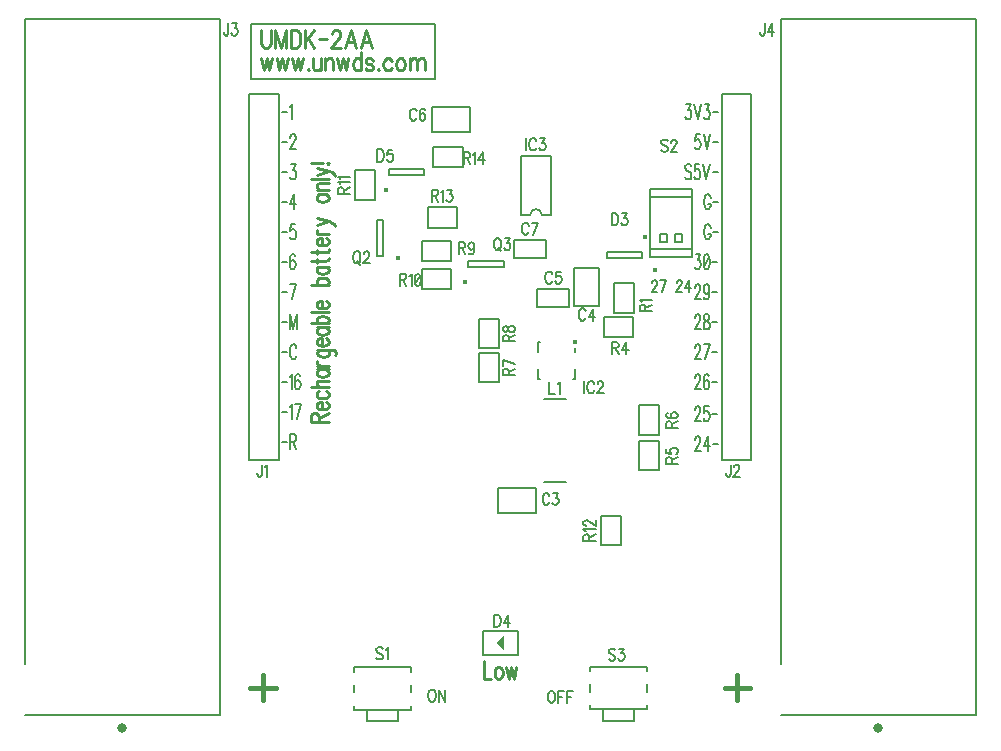
<source format=gbr>
G04 DipTrace 2.4.0.2*
%INTopSilk.gbr*%
%MOIN*%
%ADD10C,0.0079*%
%ADD20C,0.0315*%
%ADD23C,0.0059*%
%ADD30C,0.0154*%
%ADD33C,0.0157*%
%ADD83C,0.0062*%
%ADD84C,0.0093*%
%ADD85C,0.0077*%
%FSLAX44Y44*%
G04*
G70*
G90*
G75*
G01*
%LNTopSilk*%
%LPD*%
D20*
X10858Y16004D3*
X7610Y18150D2*
D10*
Y39665D1*
X14106D1*
Y16437D1*
X7610D1*
X27916Y30838D2*
D23*
X27247D1*
Y29853D1*
X27916D1*
Y30838D1*
X24638Y23187D2*
X23378D1*
Y24014D1*
X24638D1*
Y23187D1*
X15091Y24953D2*
D10*
X16075D1*
Y37150D1*
X15091D1*
Y24953D1*
X30839D2*
X31823D1*
Y37150D1*
X30839D1*
Y24953D1*
X25907Y30096D2*
D23*
X26734D1*
Y31356D1*
X25907D1*
Y30096D1*
X21191Y36703D2*
X22451D1*
Y35876D1*
X21191D1*
Y36703D1*
X25755Y30056D2*
X24692D1*
Y30647D1*
X25755D1*
Y30056D1*
X23908Y32272D2*
X24971D1*
Y31681D1*
X23908D1*
Y32272D1*
D30*
X19648Y33955D3*
X19740Y34456D2*
D10*
X20921D1*
Y34653D1*
X19740D1*
Y34456D1*
X24047Y18437D2*
D23*
X22866D1*
Y19264D1*
X24047D1*
Y18437D1*
G36*
X23582Y19100D2*
Y18600D1*
X23332Y18850D1*
D1*
X23582Y19100D1*
G37*
D30*
X28280Y32390D3*
X28188Y31888D2*
D10*
X27007D1*
Y31692D1*
X28188D1*
Y31888D1*
X25933Y27660D2*
Y27995D1*
D33*
Y28881D3*
X24712Y27660D2*
D10*
Y27995D1*
Y28546D2*
Y28881D1*
X25933Y27660D2*
X25874D1*
X24732Y27658D2*
X24771Y27660D1*
X24712Y28881D2*
X24771D1*
X25933Y28546D2*
Y28682D1*
X25156Y33117D2*
Y35086D1*
X24132Y33117D2*
Y35086D1*
X25156D2*
X24132D1*
X24841Y33117D2*
X25156D1*
X24447D2*
X24132D1*
X24841D2*
G03X24447Y33117I-197J0D01*
G01*
X24894Y26976D2*
X25644D1*
X24894Y24226D2*
X25644D1*
D30*
X22289Y30878D3*
X22381Y31379D2*
D10*
X23562D1*
Y31576D1*
X22381D1*
Y31379D1*
X28729Y25587D2*
D23*
X28060D1*
Y24603D1*
X28729D1*
Y25587D1*
Y26775D2*
X28060D1*
Y25790D1*
X28729D1*
Y26775D1*
X21027Y33368D2*
X22011D1*
Y32699D1*
X21027D1*
Y33368D1*
X21220Y35374D2*
X22205D1*
Y34705D1*
X21220D1*
Y35374D1*
X21824Y30648D2*
X20839D1*
Y31317D1*
X21824D1*
Y30648D1*
X27479Y23099D2*
X26810D1*
Y22114D1*
X27479D1*
Y23099D1*
X27886Y29057D2*
X26902D1*
Y29726D1*
X27886D1*
Y29057D1*
X26449Y16638D2*
D10*
X28339D1*
X26449Y18056D2*
X28339D1*
X26449D2*
Y17910D1*
Y17472D2*
Y17222D1*
Y16638D2*
Y16784D1*
X28339Y18056D2*
Y17910D1*
Y17472D2*
Y17222D1*
Y16638D2*
Y16784D1*
X26882Y16264D2*
X27905D1*
X26882D2*
Y16638D1*
X27905Y16264D2*
Y16638D1*
X18575Y16619D2*
X20465D1*
X18575Y18037D2*
X20465D1*
X18575D2*
Y17891D1*
Y17453D2*
Y17203D1*
Y16619D2*
Y16765D1*
X20465Y18037D2*
Y17891D1*
Y17453D2*
Y17203D1*
Y16619D2*
Y16765D1*
X19008Y16245D2*
X20031D1*
X19008D2*
Y16619D1*
X20031Y16245D2*
Y16619D1*
D30*
X20041Y31668D3*
X19539Y31760D2*
D10*
Y32941D1*
X19343D1*
Y31760D1*
X19539D1*
X18622Y33615D2*
D23*
X19291D1*
Y34600D1*
X18622D1*
Y33615D1*
X21818Y31579D2*
X20833D1*
Y32249D1*
X21818D1*
Y31579D1*
X28436Y31727D2*
D10*
X29853D1*
Y33976D1*
X28436D1*
Y31727D1*
Y31976D2*
X29853D1*
Y33727D1*
X28436D1*
Y31976D1*
X28770Y32226D2*
X29020D1*
Y32477D1*
X28770D1*
Y32226D1*
X29270D2*
X29520D1*
Y32477D1*
X29270D1*
Y32226D1*
D33*
X28594Y31277D3*
X23416Y28525D2*
D23*
X22747D1*
Y27541D1*
X23416D1*
Y28525D1*
X22753Y28672D2*
X23422D1*
Y29656D1*
X22753D1*
Y28672D1*
D20*
X36055Y16004D3*
X32807Y18150D2*
D10*
Y39665D1*
X39303D1*
Y16437D1*
X32807D1*
X15143Y39477D2*
X21269D1*
Y37665D1*
X15143D1*
Y39477D1*
X14387Y39501D2*
D83*
Y39195D1*
X14372Y39138D1*
X14356Y39119D1*
X14326Y39099D1*
X14295D1*
X14265Y39119D1*
X14249Y39138D1*
X14234Y39195D1*
Y39233D1*
X14517Y39501D2*
X14685D1*
X14593Y39348D1*
X14639D1*
X14669Y39329D1*
X14685Y39310D1*
X14700Y39252D1*
Y39214D1*
X14685Y39157D1*
X14654Y39118D1*
X14608Y39099D1*
X14562D1*
X14517Y39118D1*
X14501Y39138D1*
X14486Y39176D1*
X28290Y29901D2*
Y30038D1*
X28271Y30084D1*
X28252Y30100D1*
X28214Y30115D1*
X28175D1*
X28137Y30100D1*
X28118Y30084D1*
X28099Y30038D1*
Y29901D1*
X28501D1*
X28290Y30008D2*
X28501Y30115D1*
X28176Y30214D2*
X28156Y30244D1*
X28099Y30290D1*
X28501D1*
X25092Y23754D2*
X25076Y23792D1*
X25046Y23831D1*
X25015Y23850D1*
X24954D1*
X24923Y23831D1*
X24893Y23792D1*
X24877Y23754D1*
X24862Y23697D1*
Y23601D1*
X24877Y23544D1*
X24893Y23505D1*
X24923Y23467D1*
X24954Y23448D1*
X25015D1*
X25046Y23467D1*
X25076Y23505D1*
X25092Y23544D1*
X25221Y23849D2*
X25389D1*
X25298Y23696D1*
X25344D1*
X25374Y23677D1*
X25389Y23658D1*
X25405Y23601D1*
Y23563D1*
X25389Y23505D1*
X25359Y23467D1*
X25313Y23448D1*
X25267D1*
X25221Y23467D1*
X25206Y23486D1*
X25190Y23524D1*
X15509Y24798D2*
Y24492D1*
X15494Y24434D1*
X15478Y24415D1*
X15448Y24396D1*
X15417D1*
X15387Y24415D1*
X15371Y24434D1*
X15356Y24492D1*
Y24530D1*
X15608Y24721D2*
X15639Y24740D1*
X15685Y24797D1*
Y24396D1*
X31126Y24798D2*
Y24492D1*
X31110Y24434D1*
X31095Y24415D1*
X31064Y24396D1*
X31034D1*
X31003Y24415D1*
X30988Y24434D1*
X30973Y24492D1*
Y24530D1*
X31240Y24702D2*
Y24721D1*
X31255Y24759D1*
X31270Y24778D1*
X31301Y24797D1*
X31362D1*
X31393Y24778D1*
X31408Y24759D1*
X31424Y24721D1*
Y24683D1*
X31408Y24644D1*
X31378Y24587D1*
X31225Y24396D1*
X31439D1*
X26296Y29904D2*
X26280Y29942D1*
X26250Y29980D1*
X26219Y30000D1*
X26158D1*
X26127Y29980D1*
X26097Y29942D1*
X26081Y29904D1*
X26066Y29847D1*
Y29751D1*
X26081Y29694D1*
X26097Y29655D1*
X26127Y29617D1*
X26158Y29598D1*
X26219D1*
X26250Y29617D1*
X26280Y29655D1*
X26296Y29694D1*
X26547Y29598D2*
Y29999D1*
X26394Y29732D1*
X26624D1*
X20662Y36568D2*
X20646Y36606D1*
X20616Y36645D1*
X20585Y36664D1*
X20524D1*
X20493Y36645D1*
X20463Y36606D1*
X20447Y36568D1*
X20432Y36511D1*
Y36415D1*
X20447Y36358D1*
X20463Y36319D1*
X20493Y36281D1*
X20524Y36262D1*
X20585D1*
X20616Y36281D1*
X20646Y36319D1*
X20662Y36358D1*
X20944Y36606D2*
X20929Y36644D1*
X20883Y36663D1*
X20852D1*
X20806Y36644D1*
X20776Y36587D1*
X20760Y36491D1*
Y36396D1*
X20776Y36319D1*
X20806Y36281D1*
X20852Y36262D1*
X20868D1*
X20913Y36281D1*
X20944Y36319D1*
X20959Y36377D1*
Y36396D1*
X20944Y36453D1*
X20913Y36491D1*
X20868Y36510D1*
X20852D1*
X20806Y36491D1*
X20776Y36453D1*
X20760Y36396D1*
X25182Y31137D2*
X25167Y31175D1*
X25136Y31213D1*
X25106Y31232D1*
X25045D1*
X25014Y31213D1*
X24983Y31175D1*
X24968Y31137D1*
X24953Y31079D1*
Y30984D1*
X24968Y30926D1*
X24983Y30888D1*
X25014Y30850D1*
X25045Y30831D1*
X25106D1*
X25136Y30850D1*
X25167Y30888D1*
X25182Y30926D1*
X25465Y31232D2*
X25312D1*
X25296Y31060D1*
X25312Y31079D1*
X25358Y31098D1*
X25403D1*
X25449Y31079D1*
X25480Y31041D1*
X25495Y30984D1*
Y30945D1*
X25480Y30888D1*
X25449Y30850D1*
X25403Y30831D1*
X25358D1*
X25312Y30850D1*
X25296Y30869D1*
X25281Y30907D1*
X24398Y32762D2*
X24382Y32800D1*
X24352Y32838D1*
X24321Y32857D1*
X24260D1*
X24229Y32838D1*
X24199Y32800D1*
X24183Y32762D1*
X24168Y32704D1*
Y32609D1*
X24183Y32551D1*
X24199Y32513D1*
X24229Y32475D1*
X24260Y32456D1*
X24321D1*
X24352Y32475D1*
X24382Y32513D1*
X24398Y32551D1*
X24558Y32456D2*
X24711Y32857D1*
X24496D1*
X19357Y35300D2*
Y34898D1*
X19464D1*
X19510Y34917D1*
X19541Y34955D1*
X19556Y34994D1*
X19571Y35051D1*
Y35147D1*
X19556Y35204D1*
X19541Y35242D1*
X19510Y35281D1*
X19464Y35300D1*
X19357D1*
X19854Y35299D2*
X19701D1*
X19686Y35127D1*
X19701Y35146D1*
X19747Y35166D1*
X19793D1*
X19839Y35146D1*
X19869Y35108D1*
X19885Y35051D1*
Y35013D1*
X19869Y34955D1*
X19839Y34917D1*
X19793Y34898D1*
X19747D1*
X19701Y34917D1*
X19686Y34936D1*
X19670Y34974D1*
X23248Y19787D2*
Y19385D1*
X23355D1*
X23401Y19405D1*
X23432Y19443D1*
X23447Y19481D1*
X23462Y19538D1*
Y19634D1*
X23447Y19692D1*
X23432Y19730D1*
X23401Y19768D1*
X23355Y19787D1*
X23248D1*
X23714Y19385D2*
Y19787D1*
X23561Y19519D1*
X23791D1*
X27168Y33178D2*
Y32776D1*
X27275D1*
X27321Y32795D1*
X27352Y32833D1*
X27367Y32872D1*
X27382Y32929D1*
Y33025D1*
X27367Y33082D1*
X27352Y33120D1*
X27321Y33159D1*
X27275Y33178D1*
X27168D1*
X27512Y33177D2*
X27680D1*
X27588Y33024D1*
X27634D1*
X27665Y33005D1*
X27680Y32986D1*
X27696Y32929D1*
Y32891D1*
X27680Y32833D1*
X27650Y32795D1*
X27604Y32776D1*
X27558D1*
X27512Y32795D1*
X27497Y32814D1*
X27481Y32852D1*
X26252Y27580D2*
Y27178D1*
X26580Y27484D2*
X26565Y27522D1*
X26534Y27561D1*
X26504Y27580D1*
X26443D1*
X26412Y27561D1*
X26381Y27522D1*
X26366Y27484D1*
X26351Y27427D1*
Y27331D1*
X26366Y27274D1*
X26381Y27235D1*
X26412Y27197D1*
X26443Y27178D1*
X26504D1*
X26534Y27197D1*
X26565Y27235D1*
X26580Y27274D1*
X26695Y27484D2*
Y27503D1*
X26710Y27541D1*
X26725Y27560D1*
X26756Y27579D1*
X26817D1*
X26847Y27560D1*
X26863Y27541D1*
X26878Y27503D1*
Y27465D1*
X26863Y27426D1*
X26832Y27369D1*
X26679Y27178D1*
X26893D1*
X24323Y35672D2*
Y35270D1*
X24652Y35576D2*
X24636Y35614D1*
X24606Y35653D1*
X24575Y35672D1*
X24514D1*
X24483Y35653D1*
X24453Y35614D1*
X24437Y35576D1*
X24422Y35519D1*
Y35423D1*
X24437Y35366D1*
X24453Y35327D1*
X24483Y35289D1*
X24514Y35270D1*
X24575D1*
X24606Y35289D1*
X24636Y35327D1*
X24652Y35366D1*
X24781Y35671D2*
X24949D1*
X24858Y35518D1*
X24904D1*
X24934Y35499D1*
X24949Y35480D1*
X24965Y35423D1*
Y35385D1*
X24949Y35327D1*
X24919Y35289D1*
X24873Y35270D1*
X24827D1*
X24781Y35289D1*
X24766Y35308D1*
X24750Y35346D1*
X25090Y27562D2*
Y27160D1*
X25273D1*
X25372Y27485D2*
X25403Y27504D1*
X25449Y27561D1*
Y27160D1*
X23325Y32348D2*
X23295Y32329D1*
X23264Y32291D1*
X23249Y32252D1*
X23233Y32195D1*
Y32099D1*
X23249Y32042D1*
X23264Y32004D1*
X23295Y31965D1*
X23325Y31946D1*
X23386D1*
X23417Y31965D1*
X23448Y32004D1*
X23463Y32042D1*
X23478Y32099D1*
Y32195D1*
X23463Y32252D1*
X23448Y32291D1*
X23417Y32329D1*
X23386Y32348D1*
X23325D1*
X23371Y32023D2*
X23463Y31908D1*
X23608Y32347D2*
X23776D1*
X23684Y32194D1*
X23730D1*
X23761Y32175D1*
X23776Y32156D1*
X23792Y32099D1*
Y32061D1*
X23776Y32003D1*
X23746Y31965D1*
X23700Y31946D1*
X23654D1*
X23608Y31965D1*
X23593Y31984D1*
X23577Y32022D1*
X29166Y24831D2*
Y24969D1*
X29146Y25015D1*
X29127Y25030D1*
X29089Y25046D1*
X29051D1*
X29013Y25030D1*
X28993Y25015D1*
X28974Y24969D1*
Y24831D1*
X29376D1*
X29166Y24938D2*
X29376Y25046D1*
X28975Y25328D2*
Y25175D1*
X29147Y25160D1*
X29128Y25175D1*
X29108Y25221D1*
Y25267D1*
X29128Y25313D1*
X29166Y25344D1*
X29223Y25359D1*
X29261D1*
X29319Y25344D1*
X29357Y25313D1*
X29376Y25267D1*
Y25221D1*
X29357Y25175D1*
X29338Y25160D1*
X29300Y25144D1*
X29166Y26027D2*
Y26164D1*
X29146Y26210D1*
X29127Y26226D1*
X29089Y26241D1*
X29051D1*
X29013Y26226D1*
X28993Y26210D1*
X28974Y26164D1*
Y26027D1*
X29376D1*
X29166Y26134D2*
X29376Y26241D1*
X29032Y26523D2*
X28994Y26508D1*
X28975Y26462D1*
Y26432D1*
X28994Y26386D1*
X29051Y26355D1*
X29147Y26340D1*
X29242D1*
X29319Y26355D1*
X29357Y26386D1*
X29376Y26432D1*
Y26447D1*
X29357Y26493D1*
X29319Y26523D1*
X29261Y26539D1*
X29242D1*
X29185Y26523D1*
X29147Y26493D1*
X29128Y26447D1*
Y26432D1*
X29147Y26386D1*
X29185Y26355D1*
X29242Y26340D1*
X21167Y33762D2*
X21305D1*
X21351Y33782D1*
X21367Y33801D1*
X21382Y33839D1*
Y33877D1*
X21367Y33915D1*
X21351Y33935D1*
X21305Y33954D1*
X21167D1*
Y33552D1*
X21275Y33762D2*
X21382Y33552D1*
X21481Y33877D2*
X21511Y33896D1*
X21557Y33953D1*
Y33552D1*
X21687Y33953D2*
X21855D1*
X21763Y33800D1*
X21809D1*
X21840Y33781D1*
X21855Y33762D1*
X21871Y33705D1*
Y33667D1*
X21855Y33609D1*
X21825Y33571D1*
X21779Y33552D1*
X21733D1*
X21687Y33571D1*
X21672Y33590D1*
X21656Y33628D1*
X22228Y35018D2*
X22366D1*
X22412Y35038D1*
X22427Y35057D1*
X22443Y35095D1*
Y35133D1*
X22427Y35171D1*
X22412Y35191D1*
X22366Y35210D1*
X22228D1*
Y34808D1*
X22335Y35018D2*
X22443Y34808D1*
X22541Y35133D2*
X22572Y35152D1*
X22618Y35209D1*
Y34808D1*
X22870D2*
Y35209D1*
X22717Y34942D1*
X22947D1*
X20105Y30961D2*
X20243D1*
X20289Y30981D1*
X20304Y31000D1*
X20319Y31038D1*
Y31076D1*
X20304Y31114D1*
X20289Y31134D1*
X20243Y31153D1*
X20105D1*
Y30751D1*
X20212Y30961D2*
X20319Y30751D1*
X20418Y31076D2*
X20449Y31095D1*
X20495Y31152D1*
Y30751D1*
X20686Y31152D2*
X20640Y31133D1*
X20609Y31076D1*
X20594Y30980D1*
Y30923D1*
X20609Y30827D1*
X20640Y30770D1*
X20686Y30751D1*
X20716D1*
X20762Y30770D1*
X20792Y30827D1*
X20808Y30923D1*
Y30980D1*
X20792Y31076D1*
X20762Y31133D1*
X20716Y31152D1*
X20686D1*
X20792Y31076D2*
X20609Y30827D1*
X26416Y22255D2*
Y22393D1*
X26396Y22439D1*
X26377Y22454D1*
X26339Y22469D1*
X26301D1*
X26263Y22454D1*
X26243Y22439D1*
X26224Y22393D1*
Y22255D1*
X26626D1*
X26416Y22362D2*
X26626Y22469D1*
X26301Y22568D2*
X26282Y22599D1*
X26225Y22645D1*
X26626D1*
X26320Y22759D2*
X26301D1*
X26263Y22774D1*
X26244Y22790D1*
X26225Y22820D1*
Y22882D1*
X26244Y22912D1*
X26263Y22927D1*
X26301Y22943D1*
X26339D1*
X26378Y22927D1*
X26435Y22897D1*
X26626Y22744D1*
Y22958D1*
X27185Y28683D2*
X27322D1*
X27368Y28703D1*
X27384Y28722D1*
X27399Y28760D1*
Y28798D1*
X27384Y28836D1*
X27368Y28856D1*
X27322Y28875D1*
X27185D1*
Y28473D1*
X27292Y28683D2*
X27399Y28473D1*
X27651D2*
Y28874D1*
X27498Y28607D1*
X27727D1*
X27282Y18603D2*
X27251Y18642D1*
X27205Y18661D1*
X27144D1*
X27098Y18642D1*
X27067Y18603D1*
Y18565D1*
X27083Y18527D1*
X27098Y18508D1*
X27129Y18489D1*
X27221Y18450D1*
X27251Y18431D1*
X27267Y18412D1*
X27282Y18374D1*
Y18316D1*
X27251Y18278D1*
X27205Y18259D1*
X27144D1*
X27098Y18278D1*
X27067Y18316D1*
X27411Y18660D2*
X27579D1*
X27488Y18507D1*
X27534D1*
X27564Y18488D1*
X27579Y18469D1*
X27595Y18412D1*
Y18374D1*
X27579Y18316D1*
X27549Y18278D1*
X27503Y18259D1*
X27457D1*
X27411Y18278D1*
X27396Y18297D1*
X27381Y18335D1*
X25128Y17254D2*
X25097Y17235D1*
X25066Y17196D1*
X25051Y17158D1*
X25036Y17101D1*
Y17005D1*
X25051Y16948D1*
X25066Y16909D1*
X25097Y16871D1*
X25128Y16852D1*
X25189D1*
X25219Y16871D1*
X25250Y16909D1*
X25265Y16948D1*
X25280Y17005D1*
Y17101D1*
X25265Y17158D1*
X25250Y17196D1*
X25219Y17235D1*
X25189Y17254D1*
X25128D1*
X25578D2*
X25379D1*
Y16852D1*
Y17062D2*
X25502D1*
X25876Y17254D2*
X25677D1*
Y16852D1*
Y17062D2*
X25800D1*
X19539Y18647D2*
X19509Y18685D1*
X19463Y18704D1*
X19401D1*
X19355Y18685D1*
X19325Y18647D1*
Y18609D1*
X19340Y18570D1*
X19355Y18551D1*
X19386Y18532D1*
X19478Y18494D1*
X19509Y18475D1*
X19524Y18455D1*
X19539Y18417D1*
Y18360D1*
X19509Y18322D1*
X19463Y18302D1*
X19401D1*
X19355Y18322D1*
X19325Y18360D1*
X19638Y18627D2*
X19669Y18647D1*
X19715Y18704D1*
Y18302D1*
X21145Y17297D2*
X21115Y17278D1*
X21084Y17240D1*
X21069Y17202D1*
X21053Y17144D1*
Y17048D1*
X21069Y16991D1*
X21084Y16953D1*
X21115Y16915D1*
X21145Y16895D1*
X21207D1*
X21237Y16915D1*
X21268Y16953D1*
X21283Y16991D1*
X21298Y17048D1*
Y17144D1*
X21283Y17202D1*
X21268Y17240D1*
X21237Y17278D1*
X21207Y17297D1*
X21145D1*
X21611D2*
Y16895D1*
X21397Y17297D1*
Y16895D1*
X18638Y31902D2*
X18607Y31883D1*
X18576Y31845D1*
X18561Y31806D1*
X18546Y31749D1*
Y31653D1*
X18561Y31596D1*
X18576Y31558D1*
X18607Y31519D1*
X18638Y31500D1*
X18699D1*
X18730Y31519D1*
X18760Y31558D1*
X18775Y31596D1*
X18791Y31653D1*
Y31749D1*
X18775Y31806D1*
X18760Y31845D1*
X18730Y31883D1*
X18699Y31902D1*
X18638D1*
X18684Y31577D2*
X18775Y31462D1*
X18905Y31806D2*
Y31825D1*
X18920Y31863D1*
X18936Y31882D1*
X18966Y31901D1*
X19028D1*
X19058Y31882D1*
X19073Y31863D1*
X19089Y31825D1*
Y31787D1*
X19073Y31748D1*
X19043Y31691D1*
X18890Y31500D1*
X19104D1*
X18227Y33825D2*
Y33962D1*
X18208Y34008D1*
X18189Y34024D1*
X18151Y34039D1*
X18112D1*
X18074Y34024D1*
X18055Y34008D1*
X18036Y33962D1*
Y33825D1*
X18438D1*
X18227Y33932D2*
X18438Y34039D1*
X18113Y34138D2*
X18093Y34169D1*
X18036Y34215D1*
X18438D1*
X18113Y34314D2*
X18093Y34344D1*
X18036Y34390D1*
X18438D1*
X22069Y32018D2*
X22207D1*
X22253Y32037D1*
X22269Y32056D1*
X22284Y32094D1*
Y32133D1*
X22269Y32171D1*
X22253Y32190D1*
X22207Y32209D1*
X22069D1*
Y31808D1*
X22177Y32018D2*
X22284Y31808D1*
X22582Y32075D2*
X22566Y32018D1*
X22536Y31980D1*
X22490Y31961D1*
X22475D1*
X22429Y31980D1*
X22398Y32018D1*
X22383Y32075D1*
Y32094D1*
X22398Y32152D1*
X22429Y32190D1*
X22475Y32209D1*
X22490D1*
X22536Y32190D1*
X22566Y32152D1*
X22582Y32075D1*
Y31980D1*
X22566Y31884D1*
X22536Y31827D1*
X22490Y31808D1*
X22459D1*
X22413Y31827D1*
X22398Y31865D1*
X29033Y35568D2*
X29002Y35606D1*
X28956Y35625D1*
X28895D1*
X28849Y35606D1*
X28818Y35568D1*
Y35530D1*
X28834Y35491D1*
X28849Y35472D1*
X28880Y35453D1*
X28972Y35415D1*
X29002Y35396D1*
X29018Y35376D1*
X29033Y35338D1*
Y35281D1*
X29002Y35243D1*
X28956Y35223D1*
X28895D1*
X28849Y35243D1*
X28818Y35281D1*
X29147Y35529D2*
Y35548D1*
X29162Y35587D1*
X29178Y35606D1*
X29208Y35625D1*
X29269D1*
X29300Y35606D1*
X29315Y35587D1*
X29331Y35548D1*
Y35510D1*
X29315Y35472D1*
X29285Y35415D1*
X29132Y35223D1*
X29346D1*
X23728Y27769D2*
Y27907D1*
X23708Y27953D1*
X23689Y27968D1*
X23651Y27984D1*
X23613D1*
X23575Y27968D1*
X23555Y27953D1*
X23536Y27907D1*
Y27769D1*
X23938D1*
X23728Y27876D2*
X23938Y27984D1*
Y28144D2*
X23537Y28297D1*
Y28082D1*
X23734Y28900D2*
Y29038D1*
X23714Y29084D1*
X23695Y29099D1*
X23657Y29115D1*
X23619D1*
X23581Y29099D1*
X23561Y29084D1*
X23542Y29038D1*
Y28900D1*
X23944D1*
X23734Y29007D2*
X23944Y29115D1*
X23543Y29290D2*
X23562Y29244D1*
X23600Y29229D1*
X23638D1*
X23676Y29244D1*
X23696Y29275D1*
X23715Y29336D1*
X23734Y29382D1*
X23772Y29412D1*
X23810Y29427D1*
X23868D1*
X23906Y29412D1*
X23925Y29397D1*
X23944Y29351D1*
Y29290D1*
X23925Y29244D1*
X23906Y29229D1*
X23868Y29213D1*
X23810D1*
X23772Y29229D1*
X23734Y29259D1*
X23715Y29305D1*
X23696Y29366D1*
X23676Y29397D1*
X23638Y29412D1*
X23600D1*
X23562Y29397D1*
X23543Y29351D1*
Y29290D1*
X32263Y39501D2*
Y39195D1*
X32248Y39138D1*
X32232Y39119D1*
X32202Y39099D1*
X32171D1*
X32141Y39119D1*
X32125Y39138D1*
X32110Y39195D1*
Y39233D1*
X32515Y39099D2*
Y39501D1*
X32362Y39233D1*
X32591D1*
X28518Y30854D2*
Y30873D1*
X28532Y30911D1*
X28545Y30930D1*
X28572Y30949D1*
X28626D1*
X28652Y30930D1*
X28666Y30911D1*
X28679Y30873D1*
Y30835D1*
X28666Y30796D1*
X28639Y30739D1*
X28505Y30548D1*
X28692D1*
X28832D2*
X28966Y30949D1*
X28779D1*
X29339Y30854D2*
Y30873D1*
X29352Y30911D1*
X29365Y30930D1*
X29392Y30949D1*
X29446D1*
X29472Y30930D1*
X29486Y30911D1*
X29499Y30873D1*
Y30835D1*
X29486Y30796D1*
X29459Y30739D1*
X29325Y30548D1*
X29513D1*
X29733D2*
Y30949D1*
X29599Y30682D1*
X29800D1*
X22894Y18256D2*
D84*
Y17653D1*
X23135D1*
X23365Y18055D2*
X23325Y18027D1*
X23285Y17969D1*
X23265Y17883D1*
Y17826D1*
X23285Y17740D1*
X23325Y17683D1*
X23365Y17653D1*
X23425D1*
X23466Y17683D1*
X23506Y17740D1*
X23526Y17826D1*
Y17883D1*
X23506Y17969D1*
X23466Y18027D1*
X23425Y18055D1*
X23365D1*
X23656D2*
X23736Y17653D1*
X23816Y18055D1*
X23897Y17653D1*
X23977Y18055D1*
X17415Y26223D2*
Y26404D1*
X17385Y26464D1*
X17357Y26485D1*
X17300Y26505D1*
X17242D1*
X17185Y26485D1*
X17156Y26464D1*
X17127Y26404D1*
Y26223D1*
X17730D1*
X17415Y26364D2*
X17730Y26505D1*
X17501Y26634D2*
Y26875D1*
X17443D1*
X17385Y26855D1*
X17357Y26835D1*
X17328Y26795D1*
Y26735D1*
X17357Y26695D1*
X17415Y26654D1*
X17501Y26634D1*
X17558D1*
X17644Y26654D1*
X17701Y26695D1*
X17730Y26735D1*
Y26795D1*
X17701Y26835D1*
X17644Y26875D1*
X17415Y27246D2*
X17357Y27206D1*
X17328Y27166D1*
Y27106D1*
X17357Y27065D1*
X17415Y27025D1*
X17501Y27005D1*
X17558D1*
X17644Y27025D1*
X17701Y27065D1*
X17730Y27106D1*
Y27166D1*
X17701Y27206D1*
X17644Y27246D1*
X17127Y27376D2*
X17730D1*
X17443D2*
X17357Y27436D1*
X17328Y27477D1*
Y27537D1*
X17357Y27577D1*
X17443Y27597D1*
X17730D1*
X17328Y27968D2*
X17730D1*
X17415D2*
X17357Y27928D1*
X17328Y27887D1*
Y27827D1*
X17357Y27787D1*
X17415Y27747D1*
X17501Y27727D1*
X17558D1*
X17644Y27747D1*
X17701Y27787D1*
X17730Y27827D1*
Y27887D1*
X17701Y27928D1*
X17644Y27968D1*
X17328Y28097D2*
X17730D1*
X17501D2*
X17415Y28118D1*
X17357Y28158D1*
X17328Y28198D1*
Y28258D1*
X17357Y28629D2*
X17817D1*
X17902Y28609D1*
X17931Y28589D1*
X17960Y28549D1*
Y28488D1*
X17931Y28449D1*
X17443Y28629D2*
X17386Y28589D1*
X17357Y28549D1*
Y28488D1*
X17386Y28449D1*
X17443Y28408D1*
X17529Y28388D1*
X17587D1*
X17673Y28408D1*
X17730Y28449D1*
X17759Y28488D1*
Y28549D1*
X17730Y28589D1*
X17673Y28629D1*
X17501Y28759D2*
Y29000D1*
X17443D1*
X17385Y28980D1*
X17357Y28960D1*
X17328Y28919D1*
Y28859D1*
X17357Y28819D1*
X17415Y28779D1*
X17501Y28759D1*
X17558D1*
X17644Y28779D1*
X17701Y28819D1*
X17730Y28859D1*
Y28919D1*
X17701Y28960D1*
X17644Y29000D1*
X17328Y29370D2*
X17730D1*
X17415D2*
X17357Y29330D1*
X17328Y29290D1*
Y29230D1*
X17357Y29190D1*
X17415Y29150D1*
X17501Y29129D1*
X17558D1*
X17644Y29150D1*
X17701Y29190D1*
X17730Y29230D1*
Y29290D1*
X17701Y29330D1*
X17644Y29370D1*
X17127Y29500D2*
X17730D1*
X17415D2*
X17357Y29541D1*
X17328Y29580D1*
Y29641D1*
X17357Y29681D1*
X17415Y29721D1*
X17501Y29741D1*
X17558D1*
X17644Y29721D1*
X17701Y29681D1*
X17730Y29641D1*
Y29580D1*
X17701Y29541D1*
X17644Y29500D1*
X17127Y29871D2*
X17730D1*
X17501Y30000D2*
Y30241D1*
X17443D1*
X17385Y30221D1*
X17357Y30201D1*
X17328Y30161D1*
Y30101D1*
X17357Y30061D1*
X17415Y30020D1*
X17501Y30000D1*
X17558D1*
X17644Y30020D1*
X17701Y30061D1*
X17730Y30101D1*
Y30161D1*
X17701Y30201D1*
X17644Y30241D1*
X17127Y30779D2*
X17730D1*
X17415D2*
X17357Y30820D1*
X17328Y30860D1*
Y30920D1*
X17357Y30960D1*
X17415Y31000D1*
X17501Y31020D1*
X17558D1*
X17644Y31000D1*
X17701Y30960D1*
X17730Y30920D1*
Y30860D1*
X17701Y30820D1*
X17644Y30779D1*
X17328Y31391D2*
X17730D1*
X17415D2*
X17357Y31351D1*
X17328Y31311D1*
Y31251D1*
X17357Y31210D1*
X17415Y31170D1*
X17501Y31150D1*
X17558D1*
X17644Y31170D1*
X17701Y31210D1*
X17730Y31251D1*
Y31311D1*
X17701Y31351D1*
X17644Y31391D1*
X17127Y31581D2*
X17616D1*
X17701Y31601D1*
X17730Y31641D1*
Y31681D1*
X17328Y31521D2*
Y31661D1*
X17127Y31871D2*
X17616D1*
X17701Y31891D1*
X17730Y31932D1*
Y31972D1*
X17328Y31811D2*
Y31952D1*
X17501Y32101D2*
Y32342D1*
X17443D1*
X17385Y32322D1*
X17357Y32302D1*
X17328Y32262D1*
Y32202D1*
X17357Y32162D1*
X17415Y32121D1*
X17501Y32101D1*
X17558D1*
X17644Y32121D1*
X17701Y32162D1*
X17730Y32202D1*
Y32262D1*
X17701Y32302D1*
X17644Y32342D1*
X17328Y32472D2*
X17730D1*
X17501D2*
X17415Y32492D1*
X17357Y32532D1*
X17328Y32573D1*
Y32633D1*
Y32783D2*
X17730Y32903D1*
X17845Y32863D1*
X17903Y32823D1*
X17931Y32783D1*
Y32763D1*
X17328Y33024D2*
X17730Y32903D1*
X17328Y33662D2*
X17357Y33622D1*
X17415Y33582D1*
X17501Y33562D1*
X17558D1*
X17644Y33582D1*
X17701Y33622D1*
X17730Y33662D1*
Y33723D1*
X17701Y33763D1*
X17644Y33803D1*
X17558Y33823D1*
X17501D1*
X17415Y33803D1*
X17357Y33763D1*
X17328Y33723D1*
Y33662D1*
Y33953D2*
X17730D1*
X17443D2*
X17357Y34013D1*
X17328Y34054D1*
Y34114D1*
X17357Y34154D1*
X17443Y34174D1*
X17730D1*
X17127Y34304D2*
X17730D1*
X17328Y34454D2*
X17730Y34574D1*
X17845Y34534D1*
X17903Y34494D1*
X17931Y34454D1*
Y34433D1*
X17328Y34695D2*
X17730Y34574D1*
X17128Y34845D2*
X17529D1*
X17673D2*
X17702Y34825D1*
X17730Y34845D1*
X17702Y34865D1*
X17673Y34845D1*
X29949Y25623D2*
D85*
Y25647D1*
X29963Y25695D1*
X29977Y25719D1*
X30006Y25743D1*
X30063D1*
X30092Y25719D1*
X30106Y25695D1*
X30121Y25647D1*
Y25600D1*
X30106Y25552D1*
X30078Y25480D1*
X29934Y25241D1*
X30135D1*
X30371D2*
Y25743D1*
X30228Y25408D1*
X30443D1*
X30535Y25492D2*
X30701D1*
X29949Y26623D2*
Y26647D1*
X29963Y26695D1*
X29977Y26719D1*
X30006Y26743D1*
X30064D1*
X30092Y26719D1*
X30106Y26695D1*
X30121Y26647D1*
Y26599D1*
X30106Y26551D1*
X30078Y26480D1*
X29934Y26241D1*
X30135D1*
X30400Y26743D2*
X30257D1*
X30242Y26528D1*
X30257Y26551D1*
X30300Y26576D1*
X30343D1*
X30386Y26551D1*
X30415Y26504D1*
X30429Y26432D1*
Y26384D1*
X30415Y26313D1*
X30386Y26264D1*
X30343Y26241D1*
X30300D1*
X30257Y26264D1*
X30242Y26289D1*
X30228Y26336D1*
X30521Y26492D2*
X30687D1*
X29823Y34734D2*
X29794Y34782D1*
X29751Y34805D1*
X29694D1*
X29651Y34782D1*
X29622Y34734D1*
Y34686D1*
X29636Y34638D1*
X29651Y34614D1*
X29679Y34590D1*
X29765Y34542D1*
X29794Y34519D1*
X29808Y34494D1*
X29823Y34447D1*
Y34375D1*
X29794Y34327D1*
X29751Y34303D1*
X29694D1*
X29651Y34327D1*
X29622Y34375D1*
X30087Y34805D2*
X29944D1*
X29930Y34590D1*
X29944Y34614D1*
X29987Y34638D1*
X30030D1*
X30073Y34614D1*
X30102Y34566D1*
X30116Y34494D1*
Y34447D1*
X30102Y34375D1*
X30073Y34327D1*
X30030Y34303D1*
X29987D1*
X29944Y34327D1*
X29930Y34351D1*
X29915Y34399D1*
X30209Y34805D2*
X30324Y34303D1*
X30438Y34805D1*
X30531Y34554D2*
X30697D1*
X30106Y35805D2*
X29963D1*
X29949Y35590D1*
X29963Y35614D1*
X30006Y35638D1*
X30049D1*
X30092Y35614D1*
X30121Y35566D1*
X30135Y35494D1*
Y35447D1*
X30121Y35375D1*
X30092Y35327D1*
X30049Y35303D1*
X30006D1*
X29963Y35327D1*
X29949Y35351D1*
X29934Y35399D1*
X30228Y35806D2*
X30342Y35303D1*
X30457Y35806D1*
X30550Y35554D2*
X30716D1*
X29650Y36805D2*
X29808D1*
X29722Y36614D1*
X29765D1*
X29794Y36590D1*
X29808Y36567D1*
X29823Y36495D1*
Y36447D1*
X29808Y36375D1*
X29779Y36327D1*
X29736Y36303D1*
X29693D1*
X29650Y36327D1*
X29636Y36352D1*
X29622Y36399D1*
X29915Y36806D2*
X30030Y36303D1*
X30145Y36806D1*
X30266Y36805D2*
X30424D1*
X30338Y36614D1*
X30381D1*
X30409Y36590D1*
X30424Y36567D1*
X30438Y36495D1*
Y36447D1*
X30424Y36375D1*
X30395Y36327D1*
X30352Y36303D1*
X30309D1*
X30266Y36327D1*
X30252Y36352D1*
X30237Y36399D1*
X30531Y36554D2*
X30697D1*
X30462Y33686D2*
X30448Y33734D1*
X30419Y33782D1*
X30390Y33806D1*
X30333D1*
X30304Y33782D1*
X30276Y33734D1*
X30261Y33686D1*
X30247Y33614D1*
Y33494D1*
X30261Y33423D1*
X30276Y33375D1*
X30304Y33328D1*
X30333Y33303D1*
X30390D1*
X30419Y33328D1*
X30448Y33375D1*
X30462Y33423D1*
Y33494D1*
X30390D1*
X30555Y33554D2*
X30720D1*
X30462Y32686D2*
X30448Y32734D1*
X30419Y32782D1*
X30390Y32806D1*
X30333D1*
X30304Y32782D1*
X30276Y32734D1*
X30261Y32686D1*
X30247Y32614D1*
Y32494D1*
X30261Y32423D1*
X30276Y32375D1*
X30304Y32328D1*
X30333Y32303D1*
X30390D1*
X30419Y32328D1*
X30448Y32375D1*
X30462Y32423D1*
Y32494D1*
X30390D1*
X30555Y32554D2*
X30720D1*
X29963Y31805D2*
X30121D1*
X30035Y31614D1*
X30078D1*
X30106Y31590D1*
X30121Y31566D1*
X30135Y31494D1*
Y31447D1*
X30121Y31375D1*
X30092Y31327D1*
X30049Y31303D1*
X30006D1*
X29963Y31327D1*
X29949Y31351D1*
X29934Y31399D1*
X30314Y31805D2*
X30271Y31781D1*
X30242Y31709D1*
X30228Y31590D1*
Y31518D1*
X30242Y31399D1*
X30271Y31327D1*
X30314Y31303D1*
X30343D1*
X30386Y31327D1*
X30414Y31399D1*
X30429Y31518D1*
Y31590D1*
X30414Y31709D1*
X30386Y31781D1*
X30343Y31805D1*
X30314D1*
X30414Y31709D2*
X30242Y31399D1*
X30521Y31554D2*
X30687D1*
X29949Y30686D2*
Y30709D1*
X29963Y30758D1*
X29977Y30781D1*
X30006Y30805D1*
X30064D1*
X30092Y30781D1*
X30106Y30758D1*
X30121Y30709D1*
Y30662D1*
X30106Y30614D1*
X30078Y30543D1*
X29934Y30303D1*
X30135D1*
X30415Y30638D2*
X30400Y30566D1*
X30371Y30518D1*
X30328Y30494D1*
X30314D1*
X30271Y30518D1*
X30242Y30566D1*
X30228Y30638D1*
Y30662D1*
X30242Y30734D1*
X30271Y30781D1*
X30314Y30805D1*
X30328D1*
X30371Y30781D1*
X30400Y30734D1*
X30415Y30638D1*
Y30518D1*
X30400Y30399D1*
X30371Y30327D1*
X30328Y30303D1*
X30300D1*
X30257Y30327D1*
X30242Y30375D1*
X30507Y30554D2*
X30673D1*
X29949Y29686D2*
Y29709D1*
X29963Y29758D1*
X29977Y29781D1*
X30006Y29805D1*
X30064D1*
X30092Y29781D1*
X30106Y29758D1*
X30121Y29709D1*
Y29662D1*
X30106Y29614D1*
X30078Y29543D1*
X29934Y29303D1*
X30135D1*
X30299Y29805D2*
X30257Y29781D1*
X30242Y29734D1*
Y29686D1*
X30257Y29638D1*
X30285Y29614D1*
X30343Y29590D1*
X30386Y29566D1*
X30414Y29518D1*
X30428Y29471D1*
Y29399D1*
X30414Y29351D1*
X30400Y29327D1*
X30357Y29303D1*
X30299D1*
X30257Y29327D1*
X30242Y29351D1*
X30228Y29399D1*
Y29471D1*
X30242Y29518D1*
X30271Y29566D1*
X30314Y29590D1*
X30371Y29614D1*
X30400Y29638D1*
X30414Y29686D1*
Y29734D1*
X30400Y29781D1*
X30357Y29805D1*
X30299D1*
X30521Y29554D2*
X30687D1*
X29949Y28686D2*
Y28709D1*
X29963Y28758D1*
X29977Y28781D1*
X30006Y28805D1*
X30064D1*
X30092Y28781D1*
X30106Y28758D1*
X30121Y28709D1*
Y28662D1*
X30106Y28614D1*
X30078Y28543D1*
X29934Y28303D1*
X30135D1*
X30285D2*
X30429Y28805D1*
X30228D1*
X30521Y28554D2*
X30687D1*
X29949Y27686D2*
Y27709D1*
X29963Y27758D1*
X29977Y27781D1*
X30006Y27805D1*
X30064D1*
X30092Y27781D1*
X30106Y27758D1*
X30121Y27709D1*
Y27662D1*
X30106Y27614D1*
X30078Y27543D1*
X29934Y27303D1*
X30135D1*
X30400Y27734D2*
X30386Y27781D1*
X30343Y27805D1*
X30314D1*
X30271Y27781D1*
X30242Y27709D1*
X30228Y27590D1*
Y27471D1*
X30242Y27375D1*
X30271Y27327D1*
X30314Y27303D1*
X30328D1*
X30371Y27327D1*
X30400Y27375D1*
X30414Y27447D1*
Y27471D1*
X30400Y27543D1*
X30371Y27590D1*
X30328Y27614D1*
X30314D1*
X30271Y27590D1*
X30242Y27543D1*
X30228Y27471D1*
X30507Y27554D2*
X30673D1*
X16184Y36554D2*
X16350D1*
X16442Y36709D2*
X16471Y36734D1*
X16514Y36805D1*
Y36303D1*
X16184Y35554D2*
X16350D1*
X16457Y35686D2*
Y35709D1*
X16471Y35758D1*
X16486Y35781D1*
X16514Y35805D1*
X16572D1*
X16600Y35781D1*
X16615Y35758D1*
X16629Y35709D1*
Y35662D1*
X16615Y35614D1*
X16586Y35543D1*
X16442Y35303D1*
X16643D1*
X16184Y34554D2*
X16350D1*
X16471Y34805D2*
X16629D1*
X16543Y34614D1*
X16586D1*
X16615Y34590D1*
X16629Y34566D1*
X16643Y34494D1*
Y34447D1*
X16629Y34375D1*
X16600Y34327D1*
X16557Y34303D1*
X16514D1*
X16471Y34327D1*
X16457Y34351D1*
X16442Y34399D1*
X16184Y33554D2*
X16350D1*
X16586Y33303D2*
Y33805D1*
X16442Y33471D1*
X16658D1*
X16184Y32554D2*
X16350D1*
X16615Y32805D2*
X16471D1*
X16457Y32590D1*
X16471Y32614D1*
X16514Y32638D1*
X16557D1*
X16600Y32614D1*
X16629Y32566D1*
X16643Y32494D1*
Y32447D1*
X16629Y32375D1*
X16600Y32327D1*
X16557Y32303D1*
X16514D1*
X16471Y32327D1*
X16457Y32351D1*
X16442Y32399D1*
X16184Y31554D2*
X16350D1*
X16615Y31734D2*
X16600Y31781D1*
X16557Y31805D1*
X16529D1*
X16486Y31781D1*
X16457Y31709D1*
X16442Y31590D1*
Y31471D1*
X16457Y31375D1*
X16486Y31327D1*
X16529Y31303D1*
X16543D1*
X16586Y31327D1*
X16615Y31375D1*
X16629Y31447D1*
Y31471D1*
X16615Y31543D1*
X16586Y31590D1*
X16543Y31614D1*
X16529D1*
X16486Y31590D1*
X16457Y31543D1*
X16442Y31471D1*
X16184Y30554D2*
X16350D1*
X16500Y30303D2*
X16643Y30805D1*
X16442D1*
X16184Y29554D2*
X16350D1*
X16672Y29303D2*
Y29806D1*
X16557Y29303D1*
X16442Y29806D1*
Y29303D1*
X16184Y28554D2*
X16350D1*
X16658Y28686D2*
X16643Y28734D1*
X16615Y28782D1*
X16586Y28806D1*
X16529D1*
X16500Y28782D1*
X16471Y28734D1*
X16457Y28686D1*
X16442Y28614D1*
Y28494D1*
X16457Y28423D1*
X16471Y28375D1*
X16500Y28328D1*
X16529Y28303D1*
X16586D1*
X16615Y28328D1*
X16643Y28375D1*
X16658Y28423D1*
X16184Y27554D2*
X16350D1*
X16442Y27709D2*
X16471Y27734D1*
X16514Y27805D1*
Y27303D1*
X16779Y27734D2*
X16765Y27781D1*
X16722Y27805D1*
X16693D1*
X16650Y27781D1*
X16621Y27709D1*
X16607Y27590D1*
Y27471D1*
X16621Y27375D1*
X16650Y27327D1*
X16693Y27303D1*
X16708D1*
X16750Y27327D1*
X16779Y27375D1*
X16793Y27447D1*
Y27471D1*
X16779Y27543D1*
X16750Y27590D1*
X16708Y27614D1*
X16693D1*
X16650Y27590D1*
X16621Y27543D1*
X16607Y27471D1*
X16184Y26554D2*
X16350D1*
X16442Y26709D2*
X16471Y26734D1*
X16514Y26805D1*
Y26303D1*
X16664D2*
X16808Y26805D1*
X16607D1*
X16184Y25554D2*
X16350D1*
X16442Y25566D2*
X16571D1*
X16615Y25591D1*
X16629Y25614D1*
X16643Y25662D1*
Y25710D1*
X16629Y25758D1*
X16615Y25782D1*
X16571Y25806D1*
X16442D1*
Y25303D1*
X16543Y25566D2*
X16643Y25303D1*
X15542Y17797D2*
D30*
Y16936D1*
X15112Y17366D2*
X15973D1*
X31356Y17797D2*
Y16936D1*
X30926Y17366D2*
X31787D1*
X15480Y38338D2*
D84*
X15572Y37936D1*
X15664Y38338D1*
X15756Y37936D1*
X15847Y38338D1*
X15996D2*
X16087Y37936D1*
X16179Y38338D1*
X16271Y37936D1*
X16363Y38338D1*
X16511D2*
X16603Y37936D1*
X16695Y38338D1*
X16786Y37936D1*
X16878Y38338D1*
X17049Y37993D2*
X17026Y37964D1*
X17049Y37936D1*
X17073Y37964D1*
X17049Y37993D1*
X17221Y38338D2*
Y38050D1*
X17244Y37965D1*
X17290Y37936D1*
X17359D1*
X17404Y37965D1*
X17473Y38050D1*
Y38338D2*
Y37936D1*
X17622Y38338D2*
Y37936D1*
Y38223D2*
X17691Y38309D1*
X17737Y38338D1*
X17805D1*
X17851Y38309D1*
X17874Y38223D1*
Y37936D1*
X18022Y38338D2*
X18114Y37936D1*
X18206Y38338D1*
X18298Y37936D1*
X18390Y38338D1*
X18813Y38539D2*
Y37936D1*
Y38251D2*
X18768Y38309D1*
X18721Y38338D1*
X18652D1*
X18607Y38309D1*
X18561Y38251D1*
X18538Y38165D1*
Y38108D1*
X18561Y38022D1*
X18607Y37965D1*
X18652Y37936D1*
X18721D1*
X18768Y37965D1*
X18813Y38022D1*
X19214Y38251D2*
X19191Y38309D1*
X19122Y38338D1*
X19053D1*
X18984Y38309D1*
X18961Y38251D1*
X18984Y38194D1*
X19030Y38165D1*
X19145Y38137D1*
X19191Y38108D1*
X19214Y38050D1*
Y38022D1*
X19191Y37965D1*
X19122Y37936D1*
X19053D1*
X18984Y37965D1*
X18961Y38022D1*
X19385Y37993D2*
X19362Y37964D1*
X19385Y37936D1*
X19408Y37964D1*
X19385Y37993D1*
X19832Y38251D2*
X19786Y38309D1*
X19740Y38338D1*
X19672D1*
X19626Y38309D1*
X19580Y38251D1*
X19557Y38165D1*
Y38108D1*
X19580Y38022D1*
X19626Y37965D1*
X19672Y37936D1*
X19740D1*
X19786Y37965D1*
X19832Y38022D1*
X20095Y38338D2*
X20050Y38309D1*
X20003Y38251D1*
X19981Y38165D1*
Y38108D1*
X20003Y38022D1*
X20050Y37965D1*
X20095Y37936D1*
X20164D1*
X20210Y37965D1*
X20256Y38022D1*
X20279Y38108D1*
Y38165D1*
X20256Y38251D1*
X20210Y38309D1*
X20164Y38338D1*
X20095D1*
X20428D2*
Y37936D1*
Y38223D2*
X20497Y38309D1*
X20543Y38338D1*
X20611D1*
X20657Y38309D1*
X20680Y38223D1*
Y37936D1*
Y38223D2*
X20749Y38309D1*
X20795Y38338D1*
X20864D1*
X20910Y38309D1*
X20933Y38223D1*
Y37936D1*
X15480Y39289D2*
Y38858D1*
X15503Y38772D1*
X15549Y38715D1*
X15618Y38686D1*
X15664D1*
X15733Y38715D1*
X15779Y38772D1*
X15802Y38858D1*
Y39289D1*
X16317Y38686D2*
Y39289D1*
X16134Y38686D1*
X15950Y39289D1*
Y38686D1*
X16465Y39289D2*
Y38686D1*
X16626D1*
X16695Y38715D1*
X16741Y38772D1*
X16764Y38830D1*
X16787Y38915D1*
Y39059D1*
X16764Y39145D1*
X16741Y39202D1*
X16695Y39260D1*
X16626Y39289D1*
X16465D1*
X16935D2*
Y38686D1*
X17257Y39289D2*
X16935Y38887D1*
X17050Y39031D2*
X17257Y38686D1*
X17405Y38987D2*
X17670D1*
X17842Y39145D2*
Y39173D1*
X17865Y39231D1*
X17887Y39260D1*
X17934Y39288D1*
X18025D1*
X18071Y39260D1*
X18094Y39231D1*
X18117Y39173D1*
Y39116D1*
X18094Y39059D1*
X18048Y38973D1*
X17818Y38686D1*
X18140D1*
X18656D2*
X18472Y39289D1*
X18288Y38686D1*
X18357Y38887D2*
X18587D1*
X19172Y38686D2*
X18988Y39289D1*
X18804Y38686D1*
X18873Y38887D2*
X19103D1*
M02*

</source>
